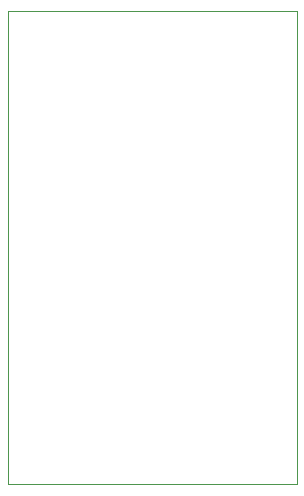
<source format=gm1>
G04 #@! TF.GenerationSoftware,KiCad,Pcbnew,(5.1.10)-1*
G04 #@! TF.CreationDate,2021-09-02T14:01:04+02:00*
G04 #@! TF.ProjectId,ezPLA,657a504c-412e-46b6-9963-61645f706362,rev?*
G04 #@! TF.SameCoordinates,Original*
G04 #@! TF.FileFunction,Profile,NP*
%FSLAX46Y46*%
G04 Gerber Fmt 4.6, Leading zero omitted, Abs format (unit mm)*
G04 Created by KiCad (PCBNEW (5.1.10)-1) date 2021-09-02 14:01:04*
%MOMM*%
%LPD*%
G01*
G04 APERTURE LIST*
G04 #@! TA.AperFunction,Profile*
%ADD10C,0.050000*%
G04 #@! TD*
G04 APERTURE END LIST*
D10*
X160000000Y-99000000D02*
X135500000Y-99000000D01*
X160000000Y-139000000D02*
X160000000Y-99000000D01*
X135500000Y-139000000D02*
X160000000Y-139000000D01*
X135500000Y-99000000D02*
X135500000Y-139000000D01*
M02*

</source>
